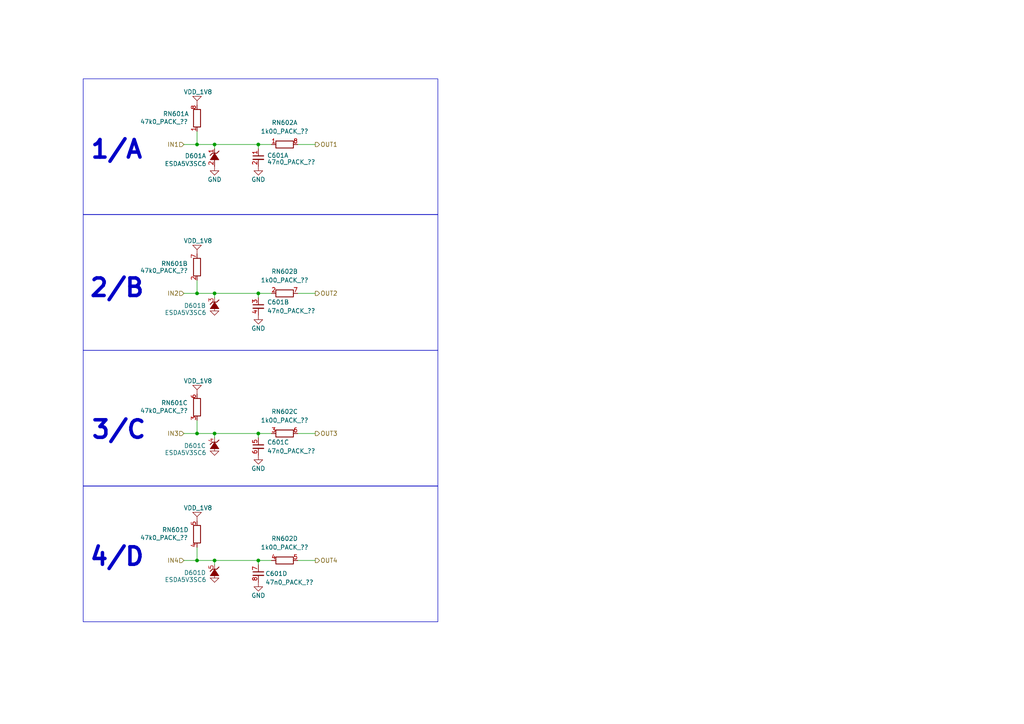
<source format=kicad_sch>
(kicad_sch (version 20250114) (generator "eeschema") (generator_version "9.0")
  (paper "A4")
  (title_block (title "Beacon Tower") (date "2025-06-14") (rev "1"))
  (lib_symbols
    (symbol "CUSTOM_LIBRARY:C_Network_4"
      (property "Reference" "C" (at 3.302 -1.016 0))
      (symbol "C_Network_4_0_1"
        (polyline (pts (xy -1.524 -2.032) (xy 1.524 -2.032)) (stroke (width 0.3048)))
        (polyline (pts (xy -1.524 -3.048) (xy 1.524 -3.048)) (stroke (width 0.3302)))
      )
      (symbol "C_Network_4_1_1"
        (pin passive line (at 0 0 270) (length 2.032) (name "~") (number "1"))
        (pin passive line (at 0 -5.08 90) (length 2.032) (name "~") (number "2"))
      )
      (symbol "C_Network_4_2_1"
        (pin passive line (at 0 0 270) (length 2.032) (name "~") (number "3"))
        (pin passive line (at 0 -5.08 90) (length 2.032) (name "~") (number "4"))
      )
      (symbol "C_Network_4_3_1"
        (pin passive line (at 0 0 270) (length 2.032) (name "~") (number "5"))
        (pin passive line (at 0 -5.08 90) (length 2.032) (name "~") (number "6"))
      )
      (symbol "C_Network_4_4_1"
        (pin passive line (at 0 0 270) (length 2.032) (name "~") (number "7"))
        (pin passive line (at 0 -5.08 90) (length 2.032) (name "~") (number "8"))
      )
    )
    (symbol "CUSTOM_LIBRARY:ESDA5V3SC6"
      (property "Reference" "D" (at 2.54 1.905 0))
      (property "Value" "ESDA5V3SC6" (at 7.62 0 0))
      (symbol "ESDA5V3SC6_1_1"
        (polyline (pts (xy 0 -1.27) (xy -0.635 -1.27) (xy -1.27 -1.905)) (stroke (width 0.254)))
        (polyline (pts (xy 0 -1.27) (xy 0.635 -1.27) (xy 1.27 -0.635)) (stroke (width 0.254)))
        (polyline (pts (xy 0 -1.27) (xy -1.27 -3.175) (xy 1.27 -3.175) (xy 0 -1.27)) (fill (type outline)))
        (pin passive line (at 0 0 270) (length 1.27) (name "") (number "1"))
        (pin passive line (at 0 -5.08 90) (length 1.905) (name "") (number "2"))
      )
      (symbol "ESDA5V3SC6_2_1"
        (polyline (pts (xy -1.27 -3.81) (xy 1.27 -3.81) (xy 0 -5.08) (xy -1.27 -3.81)))
        (polyline (pts (xy 0 -1.27) (xy -0.635 -1.27) (xy -1.27 -1.905)) (stroke (width 0.254)))
        (polyline (pts (xy 0 -1.27) (xy 0.635 -1.27) (xy 1.27 -0.635)) (stroke (width 0.254)))
        (polyline (pts (xy 0 -1.27) (xy -1.27 -3.175) (xy 1.27 -3.175) (xy 0 -1.27)) (fill (type outline)))
        (polyline (pts (xy 0 -3.81) (xy 0 -2.54)))
        (pin passive line (at 0 0 270) (length 1.27) (name "") (number "3"))
      )
      (symbol "ESDA5V3SC6_3_1"
        (polyline (pts (xy -1.27 -3.81) (xy 1.27 -3.81) (xy 0 -5.08) (xy -1.27 -3.81)))
        (polyline (pts (xy 0 -1.27) (xy -0.635 -1.27) (xy -1.27 -1.905)) (stroke (width 0.254)))
        (polyline (pts (xy 0 -1.27) (xy 0.635 -1.27) (xy 1.27 -0.635)) (stroke (width 0.254)))
        (polyline (pts (xy 0 -1.27) (xy -1.27 -3.175) (xy 1.27 -3.175) (xy 0 -1.27)) (fill (type outline)))
        (polyline (pts (xy 0 -3.81) (xy 0 -2.54)))
        (pin passive line (at 0 0 270) (length 1.27) (name "") (number "4"))
      )
      (symbol "ESDA5V3SC6_4_1"
        (polyline (pts (xy -1.27 -3.81) (xy 1.27 -3.81) (xy 0 -5.08) (xy -1.27 -3.81)))
        (polyline (pts (xy 0 -1.27) (xy -0.635 -1.27) (xy -1.27 -1.905)) (stroke (width 0.254)))
        (polyline (pts (xy 0 -1.27) (xy 0.635 -1.27) (xy 1.27 -0.635)) (stroke (width 0.254)))
        (polyline (pts (xy 0 -1.27) (xy -1.27 -3.175) (xy 1.27 -3.175) (xy 0 -1.27)) (fill (type outline)))
        (polyline (pts (xy 0 -3.81) (xy 0 -2.54)))
        (pin passive line (at 0 0 270) (length 1.27) (name "") (number "5"))
      )
    )
    (symbol "CUSTOM_LIBRARY:POWER_SINK" (power) (in_bom no) (on_board no)
      (property "Value" "POWER_SINK" (at -1.016 3.81 0))
      (symbol "POWER_SINK_0_1"
        (polyline (pts (xy 0 1.27) (xy 0 0)))
        (polyline (pts (xy 0 1.27) (xy -1.27 2.54) (xy 1.27 2.54) (xy 0 1.27)))
      )
      (symbol "POWER_SINK_1_1"
        (pin power_in line (at 0 0 90) (length 1.27) (hide yes) (name "VDD_3V3") (number ""))
      )
    )
    (symbol "Device:R_Pack04_Split" (pin_names (offset 0) (hide yes))
      (property "Reference" "RN" (at 2.032 0 90))
      (property "Value" "R_Pack04_Split" (at 0 0 90))
      (symbol "R_Pack04_Split_0_1"
        (rectangle (start 1.016 2.54) (end -1.016 -2.54) (stroke (width 0.254)))
      )
      (symbol "R_Pack04_Split_1_1"
        (pin passive line (at 0 3.81 270) (length 1.27) (name "R1.2") (number "8"))
        (pin passive line (at 0 -3.81 90) (length 1.27) (name "R1.1") (number "1"))
      )
      (symbol "R_Pack04_Split_2_1"
        (pin passive line (at 0 3.81 270) (length 1.27) (name "R2.2") (number "7"))
        (pin passive line (at 0 -3.81 90) (length 1.27) (name "R2.1") (number "2"))
      )
      (symbol "R_Pack04_Split_3_1"
        (pin passive line (at 0 3.81 270) (length 1.27) (name "R3.2") (number "6"))
        (pin passive line (at 0 -3.81 90) (length 1.27) (name "R3.1") (number "3"))
      )
      (symbol "R_Pack04_Split_4_1"
        (pin passive line (at 0 3.81 270) (length 1.27) (name "R4.2") (number "5"))
        (pin passive line (at 0 -3.81 90) (length 1.27) (name "R4.1") (number "4"))
      )
    )
    (symbol "power:GND" (power) (pin_names (offset 0))
      (property "Value" "GND" (at 0 -3.81 0))
      (symbol "GND_0_1"
        (polyline (pts (xy 0 0) (xy 0 -1.27) (xy 1.27 -1.27) (xy 0 -2.54) (xy -1.27 -1.27) (xy 0 -1.27)))
      )
      (symbol "GND_1_1"
        (pin power_in line (at 0 0 270) (length 0) (hide yes) (name "GND") (number "1"))
      )
    )
  )
  (rectangle (start 24.13 101.6) (end 127 140.97))
  (rectangle (start 24.13 62.23) (end 127 101.6))
  (rectangle (start 24.13 22.86) (end 127 62.23))
  (rectangle (start 24.13 140.97) (end 127 180.34))
  (text "4/D" (at 25.654 164.592 0) (effects (font (size 5.08 5.08) (thickness 1.016) (bold yes)) (justify left bottom)))
  (text "2/B" (at 25.654 86.614 0) (effects (font (size 5.08 5.08) (thickness 1.016) (bold yes)) (justify left bottom)))
  (text "3/C" (at 26.162 127.762 0) (effects (font (size 5.08 5.08) (thickness 1.016) (bold yes)) (justify left bottom)))
  (text "1/A" (at 25.908 46.482 0) (effects (font (size 5.08 5.08) (thickness 1.016) (bold yes)) (justify left bottom)))
  (junction (at 62.23 41.91))
  (junction (at 57.15 162.56))
  (junction (at 57.15 41.91))
  (junction (at 57.15 85.09))
  (junction (at 62.23 85.09))
  (junction (at 74.93 41.91))
  (junction (at 74.93 162.56))
  (junction (at 74.93 85.09))
  (junction (at 57.15 125.73))
  (junction (at 62.23 162.56))
  (junction (at 74.93 125.73))
  (junction (at 62.23 125.73))
  (wire (pts (xy 57.15 158.75) (xy 57.15 162.56)))
  (wire (pts (xy 57.15 125.73) (xy 62.23 125.73)))
  (wire (pts (xy 86.36 85.09) (xy 91.44 85.09)))
  (wire (pts (xy 62.23 41.91) (xy 62.23 43.18)))
  (wire (pts (xy 62.23 162.56) (xy 74.93 162.56)))
  (wire (pts (xy 74.93 43.18) (xy 74.93 41.91)))
  (wire (pts (xy 62.23 162.56) (xy 62.23 163.83)))
  (wire (pts (xy 74.93 85.09) (xy 78.74 85.09)))
  (wire (pts (xy 74.93 41.91) (xy 78.74 41.91)))
  (wire (pts (xy 62.23 125.73) (xy 62.23 127)))
  (wire (pts (xy 53.34 41.91) (xy 57.15 41.91)))
  (wire (pts (xy 74.93 162.56) (xy 78.74 162.56)))
  (wire (pts (xy 62.23 125.73) (xy 74.93 125.73)))
  (wire (pts (xy 53.34 85.09) (xy 57.15 85.09)))
  (wire (pts (xy 62.23 85.09) (xy 74.93 85.09)))
  (wire (pts (xy 53.34 125.73) (xy 57.15 125.73)))
  (wire (pts (xy 74.93 125.73) (xy 78.74 125.73)))
  (wire (pts (xy 57.15 41.91) (xy 62.23 41.91)))
  (wire (pts (xy 57.15 121.92) (xy 57.15 125.73)))
  (wire (pts (xy 86.36 125.73) (xy 91.44 125.73)))
  (wire (pts (xy 74.93 127) (xy 74.93 125.73)))
  (wire (pts (xy 74.93 86.36) (xy 74.93 85.09)))
  (wire (pts (xy 62.23 41.91) (xy 74.93 41.91)))
  (wire (pts (xy 86.36 162.56) (xy 91.44 162.56)))
  (wire (pts (xy 57.15 38.1) (xy 57.15 41.91)))
  (wire (pts (xy 57.15 162.56) (xy 62.23 162.56)))
  (wire (pts (xy 86.36 41.91) (xy 91.44 41.91)))
  (wire (pts (xy 62.23 85.09) (xy 62.23 86.36)))
  (wire (pts (xy 74.93 163.83) (xy 74.93 162.56)))
  (wire (pts (xy 53.34 162.56) (xy 57.15 162.56)))
  (wire (pts (xy 57.15 85.09) (xy 62.23 85.09)))
  (wire (pts (xy 57.15 81.28) (xy 57.15 85.09)))
  (hierarchical_label "OUT1" (shape output) (at 91.44 41.91 0) (property "Intersheetrefs" "${INTERSHEET_REFS}" (effects (hide yes))))
  (hierarchical_label "OUT4" (shape output) (at 91.44 162.56 0) (property "Intersheetrefs" "${INTERSHEET_REFS}" (effects (hide yes))))
  (hierarchical_label "OUT2" (shape output) (at 91.44 85.09 0) (property "Intersheetrefs" "${INTERSHEET_REFS}" (effects (hide yes))))
  (hierarchical_label "IN2" (shape input) (at 53.34 85.09 180) (property "Intersheetrefs" "${INTERSHEET_REFS}" (effects (hide yes))))
  (hierarchical_label "IN3" (shape input) (at 53.34 125.73 180) (property "Intersheetrefs" "${INTERSHEET_REFS}" (effects (hide yes))))
  (hierarchical_label "IN1" (shape input) (at 53.34 41.91 180) (property "Intersheetrefs" "${INTERSHEET_REFS}" (effects (hide yes))))
  (hierarchical_label "IN4" (shape input) (at 53.34 162.56 180) (property "Intersheetrefs" "${INTERSHEET_REFS}" (effects (hide yes))))
  (hierarchical_label "OUT3" (shape output) (at 91.44 125.73 0) (property "Intersheetrefs" "${INTERSHEET_REFS}" (effects (hide yes))))
  (symbol (lib_id "Device:R_Pack04_Split") (at 57.15 34.29 0) (unit 1)
    (property "Reference" "RN501" (at 47.244 33.02 0) (effects (justify left)))
    (property "Value" "47k0_PACK_??" (at 40.64 35.306 0) (effects (justify left)))
    (property "Description" "4 resistor network, parallel topology, split" (effects (hide yes)))
    (instances (project "Beacon_Tower" (path "" (reference "RN601") (unit 1)) (path "" (reference "RN1001") (unit 1)) (path "" (reference "RN801") (unit 1)) (path "" (reference "RN501") (unit 1)) (path "" (reference "RN701") (unit 1)) (path "" (reference "RN901") (unit 1))))
  )
  (symbol (lib_id "power:GND") (at 74.93 91.44 0) (unit 1)
    (property "Reference" "#PWR0505" (effects (hide yes)))
    (property "Value" "GND" (at 74.93 95.25 0))
    (instances (project "Beacon_Tower" (path "" (reference "#PWR0605") (unit 1)) (path "" (reference "#PWR01005") (unit 1)) (path "" (reference "#PWR0805") (unit 1)) (path "" (reference "#PWR0505") (unit 1)) (path "" (reference "#PWR0705") (unit 1)) (path "" (reference "#PWR0905") (unit 1))))
  )
  (symbol (lib_id "CUSTOM_LIBRARY:C_Network_4") (at 74.93 43.18 0) (unit 1)
    (property "Reference" "C501" (at 77.47 45.0912 0) (effects (justify left)))
    (property "Value" "47n0_PACK_??" (at 77.47 46.9963 0) (effects (justify left)))
    (instances (project "Beacon_Tower" (path "" (reference "C601") (unit 1)) (path "" (reference "C1001") (unit 1)) (path "" (reference "C801") (unit 1)) (path "" (reference "C501") (unit 1)) (path "" (reference "C701") (unit 1)) (path "" (reference "C901") (unit 1))))
  )
  (symbol (lib_id "CUSTOM_LIBRARY:POWER_SINK") (at 57.15 151.13 0) (unit 1) (in_bom no) (on_board no)
    (property "Reference" "#PWR0508" (effects (hide yes)))
    (property "Value" "VDD_1V8" (at 57.404 147.32 0))
    (instances (project "Beacon_Tower" (path "" (reference "#PWR0608") (unit 1)) (path "" (reference "#PWR01008") (unit 1)) (path "" (reference "#PWR0808") (unit 1)) (path "" (reference "#PWR0508") (unit 1)) (path "" (reference "#PWR0708") (unit 1)) (path "" (reference "#PWR0908") (unit 1))))
  )
  (symbol (lib_id "CUSTOM_LIBRARY:C_Network_4") (at 74.93 127 0) (unit 3)
    (property "Reference" "C501" (at 77.47 128.2762 0) (effects (justify left)))
    (property "Value" "47n0_PACK_??" (at 77.47 130.8162 0) (effects (justify left)))
    (instances (project "Beacon_Tower" (path "" (reference "C601") (unit 3)) (path "" (reference "C1001") (unit 3)) (path "" (reference "C801") (unit 3)) (path "" (reference "C501") (unit 3)) (path "" (reference "C701") (unit 3)) (path "" (reference "C901") (unit 3))))
  )
  (symbol (lib_id "Device:R_Pack04_Split") (at 82.55 85.09 270) (unit 2)
    (property "Reference" "RN502" (at 82.55 78.74 90))
    (property "Value" "1k00_PACK_??" (at 82.55 81.28 90))
    (property "Description" "4 resistor network, parallel topology, split" (effects (hide yes)))
    (instances (project "Beacon_Tower" (path "" (reference "RN602") (unit 2)) (path "" (reference "RN1002") (unit 2)) (path "" (reference "RN802") (unit 2)) (path "" (reference "RN502") (unit 2)) (path "" (reference "RN702") (unit 2)) (path "" (reference "RN902") (unit 2))))
  )
  (symbol (lib_id "CUSTOM_LIBRARY:ESDA5V3SC6") (at 62.23 127 0) (unit 3)
    (property "Reference" "D501" (at 53.34 129.286 0) (effects (justify left)))
    (property "Value" "ESDA5V3SC6" (at 47.752 131.318 0) (effects (justify left)))
    (property "Datasheet" "https://www.mouser.com/datasheet/2/389/esda14v2sc5-1849278.pdf" (effects (hide yes)))
    (property "Description" "ESD Suppression, 4 Channel, Unidirectional, 3V0, 320 pF" (effects (hide yes)))
    (instances (project "Beacon_Tower" (path "" (reference "D601") (unit 3)) (path "" (reference "D1001") (unit 3)) (path "" (reference "D801") (unit 3)) (path "" (reference "D501") (unit 3)) (path "" (reference "D701") (unit 3)) (path "" (reference "D901") (unit 3))))
  )
  (symbol (lib_id "power:GND") (at 74.93 168.91 0) (unit 1)
    (property "Reference" "#PWR0509" (effects (hide yes)))
    (property "Value" "GND" (at 74.93 172.72 0))
    (instances (project "Beacon_Tower" (path "" (reference "#PWR0609") (unit 1)) (path "" (reference "#PWR01009") (unit 1)) (path "" (reference "#PWR0809") (unit 1)) (path "" (reference "#PWR0509") (unit 1)) (path "" (reference "#PWR0709") (unit 1)) (path "" (reference "#PWR0909") (unit 1))))
  )
  (symbol (lib_id "Device:R_Pack04_Split") (at 57.15 118.11 0) (unit 3)
    (property "Reference" "RN501" (at 46.736 116.84 0) (effects (justify left)))
    (property "Value" "47k0_PACK_??" (at 40.64 119.126 0) (effects (justify left)))
    (property "Description" "4 resistor network, parallel topology, split" (effects (hide yes)))
    (instances (project "Beacon_Tower" (path "" (reference "RN601") (unit 3)) (path "" (reference "RN1001") (unit 3)) (path "" (reference "RN801") (unit 3)) (path "" (reference "RN501") (unit 3)) (path "" (reference "RN701") (unit 3)) (path "" (reference "RN901") (unit 3))))
  )
  (symbol (lib_id "Device:R_Pack04_Split") (at 82.55 162.56 270) (unit 4)
    (property "Reference" "RN502" (at 82.55 156.21 90))
    (property "Value" "1k00_PACK_??" (at 82.55 158.75 90))
    (property "Description" "4 resistor network, parallel topology, split" (effects (hide yes)))
    (instances (project "Beacon_Tower" (path "" (reference "RN602") (unit 4)) (path "" (reference "RN1002") (unit 4)) (path "" (reference "RN802") (unit 4)) (path "" (reference "RN502") (unit 4)) (path "" (reference "RN702") (unit 4)) (path "" (reference "RN902") (unit 4))))
  )
  (symbol (lib_id "CUSTOM_LIBRARY:POWER_SINK") (at 57.15 114.3 0) (unit 1) (in_bom no) (on_board no)
    (property "Reference" "#PWR0506" (effects (hide yes)))
    (property "Value" "VDD_1V8" (at 57.404 110.49 0))
    (instances (project "Beacon_Tower" (path "" (reference "#PWR0606") (unit 1)) (path "" (reference "#PWR01006") (unit 1)) (path "" (reference "#PWR0806") (unit 1)) (path "" (reference "#PWR0506") (unit 1)) (path "" (reference "#PWR0706") (unit 1)) (path "" (reference "#PWR0906") (unit 1))))
  )
  (symbol (lib_id "Device:R_Pack04_Split") (at 57.15 77.47 0) (unit 2)
    (property "Reference" "RN501" (at 46.736 76.454 0) (effects (justify left)))
    (property "Value" "47k0_PACK_??" (at 40.64 78.486 0) (effects (justify left)))
    (property "Description" "4 resistor network, parallel topology, split" (effects (hide yes)))
    (instances (project "Beacon_Tower" (path "" (reference "RN601") (unit 2)) (path "" (reference "RN1001") (unit 2)) (path "" (reference "RN801") (unit 2)) (path "" (reference "RN501") (unit 2)) (path "" (reference "RN701") (unit 2)) (path "" (reference "RN901") (unit 2))))
  )
  (symbol (lib_id "Device:R_Pack04_Split") (at 82.55 41.91 270) (unit 1)
    (property "Reference" "RN502" (at 82.55 35.56 90))
    (property "Value" "1k00_PACK_??" (at 82.55 38.1 90))
    (property "Description" "4 resistor network, parallel topology, split" (effects (hide yes)))
    (instances (project "Beacon_Tower" (path "" (reference "RN602") (unit 1)) (path "" (reference "RN1002") (unit 1)) (path "" (reference "RN802") (unit 1)) (path "" (reference "RN502") (unit 1)) (path "" (reference "RN702") (unit 1)) (path "" (reference "RN902") (unit 1))))
  )
  (symbol (lib_id "Device:R_Pack04_Split") (at 57.15 154.94 0) (unit 4)
    (property "Reference" "RN501" (at 46.99 153.67 0) (effects (justify left)))
    (property "Value" "47k0_PACK_??" (at 40.64 155.956 0) (effects (justify left)))
    (property "Description" "4 resistor network, parallel topology, split" (effects (hide yes)))
    (instances (project "Beacon_Tower" (path "" (reference "RN601") (unit 4)) (path "" (reference "RN1001") (unit 4)) (path "" (reference "RN801") (unit 4)) (path "" (reference "RN501") (unit 4)) (path "" (reference "RN701") (unit 4)) (path "" (reference "RN901") (unit 4))))
  )
  (symbol (lib_id "power:GND") (at 62.23 48.26 0) (unit 1)
    (property "Reference" "#PWR0502" (effects (hide yes)))
    (property "Value" "GND" (at 62.23 52.07 0))
    (instances (project "Beacon_Tower" (path "" (reference "#PWR0602") (unit 1)) (path "" (reference "#PWR01002") (unit 1)) (path "" (reference "#PWR0802") (unit 1)) (path "" (reference "#PWR0502") (unit 1)) (path "" (reference "#PWR0702") (unit 1)) (path "" (reference "#PWR0902") (unit 1))))
  )
  (symbol (lib_id "Device:R_Pack04_Split") (at 82.55 125.73 270) (unit 3)
    (property "Reference" "RN502" (at 82.55 119.38 90))
    (property "Value" "1k00_PACK_??" (at 82.55 121.92 90))
    (property "Description" "4 resistor network, parallel topology, split" (effects (hide yes)))
    (instances (project "Beacon_Tower" (path "" (reference "RN602") (unit 3)) (path "" (reference "RN1002") (unit 3)) (path "" (reference "RN802") (unit 3)) (path "" (reference "RN502") (unit 3)) (path "" (reference "RN702") (unit 3)) (path "" (reference "RN902") (unit 3))))
  )
  (symbol (lib_id "CUSTOM_LIBRARY:POWER_SINK") (at 57.15 30.48 0) (unit 1) (in_bom no) (on_board no)
    (property "Reference" "#PWR0501" (effects (hide yes)))
    (property "Value" "VDD_1V8" (at 57.404 26.67 0))
    (instances (project "Beacon_Tower" (path "" (reference "#PWR0601") (unit 1)) (path "" (reference "#PWR01001") (unit 1)) (path "" (reference "#PWR0801") (unit 1)) (path "" (reference "#PWR0501") (unit 1)) (path "" (reference "#PWR0701") (unit 1)) (path "" (reference "#PWR0901") (unit 1))))
  )
  (symbol (lib_id "CUSTOM_LIBRARY:ESDA5V3SC6") (at 62.23 163.83 0) (unit 4)
    (property "Reference" "D501" (at 53.34 166.116 0) (effects (justify left)))
    (property "Value" "ESDA5V3SC6" (at 47.752 168.148 0) (effects (justify left)))
    (property "Datasheet" "https://www.mouser.com/datasheet/2/389/esda14v2sc5-1849278.pdf" (effects (hide yes)))
    (property "Description" "ESD Suppression, 4 Channel, Unidirectional, 3V0, 320 pF" (effects (hide yes)))
    (instances (project "Beacon_Tower" (path "" (reference "D601") (unit 4)) (path "" (reference "D1001") (unit 4)) (path "" (reference "D801") (unit 4)) (path "" (reference "D501") (unit 4)) (path "" (reference "D701") (unit 4)) (path "" (reference "D901") (unit 4))))
  )
  (symbol (lib_id "CUSTOM_LIBRARY:ESDA5V3SC6") (at 62.23 86.36 0) (unit 2)
    (property "Reference" "D501" (at 53.34 88.646 0) (effects (justify left)))
    (property "Value" "ESDA5V3SC6" (at 47.752 90.678 0) (effects (justify left)))
    (property "Datasheet" "https://www.mouser.com/datasheet/2/389/esda14v2sc5-1849278.pdf" (effects (hide yes)))
    (property "Description" "ESD Suppression, 4 Channel, Unidirectional, 3V0, 320 pF" (effects (hide yes)))
    (instances (project "Beacon_Tower" (path "" (reference "D601") (unit 2)) (path "" (reference "D1001") (unit 2)) (path "" (reference "D801") (unit 2)) (path "" (reference "D501") (unit 2)) (path "" (reference "D701") (unit 2)) (path "" (reference "D901") (unit 2))))
  )
  (symbol (lib_id "CUSTOM_LIBRARY:POWER_SINK") (at 57.15 73.66 0) (unit 1) (in_bom no) (on_board no)
    (property "Reference" "#PWR0504" (effects (hide yes)))
    (property "Value" "VDD_1V8" (at 57.404 69.85 0))
    (instances (project "Beacon_Tower" (path "" (reference "#PWR0604") (unit 1)) (path "" (reference "#PWR01004") (unit 1)) (path "" (reference "#PWR0804") (unit 1)) (path "" (reference "#PWR0504") (unit 1)) (path "" (reference "#PWR0704") (unit 1)) (path "" (reference "#PWR0904") (unit 1))))
  )
  (symbol (lib_id "CUSTOM_LIBRARY:ESDA5V3SC6") (at 62.23 43.18 0) (unit 1)
    (property "Reference" "D501" (at 53.594 45.212 0) (effects (justify left)))
    (property "Value" "ESDA5V3SC6" (at 47.752 47.498 0) (effects (justify left)))
    (property "Datasheet" "https://www.mouser.com/datasheet/2/389/esda14v2sc5-1849278.pdf" (effects (hide yes)))
    (property "Description" "ESD Suppression, 4 Channel, Unidirectional, 3V0, 320 pF" (effects (hide yes)))
    (instances (project "Beacon_Tower" (path "" (reference "D601") (unit 1)) (path "" (reference "D1001") (unit 1)) (path "" (reference "D801") (unit 1)) (path "" (reference "D501") (unit 1)) (path "" (reference "D701") (unit 1)) (path "" (reference "D901") (unit 1))))
  )
  (symbol (lib_id "CUSTOM_LIBRARY:C_Network_4") (at 74.93 163.83 0) (unit 4)
    (property "Reference" "C501" (at 76.962 166.37 0) (effects (justify left)))
    (property "Value" "47n0_PACK_??" (at 76.962 168.91 0) (effects (justify left)))
    (instances (project "Beacon_Tower" (path "" (reference "C601") (unit 4)) (path "" (reference "C1001") (unit 4)) (path "" (reference "C801") (unit 4)) (path "" (reference "C501") (unit 4)) (path "" (reference "C701") (unit 4)) (path "" (reference "C901") (unit 4))))
  )
  (symbol (lib_id "power:GND") (at 74.93 132.08 0) (unit 1)
    (property "Reference" "#PWR0507" (effects (hide yes)))
    (property "Value" "GND" (at 74.93 135.89 0))
    (instances (project "Beacon_Tower" (path "" (reference "#PWR0607") (unit 1)) (path "" (reference "#PWR01007") (unit 1)) (path "" (reference "#PWR0807") (unit 1)) (path "" (reference "#PWR0507") (unit 1)) (path "" (reference "#PWR0707") (unit 1)) (path "" (reference "#PWR0907") (unit 1))))
  )
  (symbol (lib_id "CUSTOM_LIBRARY:C_Network_4") (at 74.93 86.36 0) (unit 2)
    (property "Reference" "C501" (at 77.47 87.6362 0) (effects (justify left)))
    (property "Value" "47n0_PACK_??" (at 77.47 90.1762 0) (effects (justify left)))
    (instances (project "Beacon_Tower" (path "" (reference "C601") (unit 2)) (path "" (reference "C1001") (unit 2)) (path "" (reference "C801") (unit 2)) (path "" (reference "C501") (unit 2)) (path "" (reference "C701") (unit 2)) (path "" (reference "C901") (unit 2))))
  )
  (symbol (lib_id "power:GND") (at 74.93 48.26 0) (unit 1)
    (property "Reference" "#PWR0503" (effects (hide yes)))
    (property "Value" "GND" (at 74.93 52.07 0))
    (instances (project "Beacon_Tower" (path "" (reference "#PWR0603") (unit 1)) (path "" (reference "#PWR01003") (unit 1)) (path "" (reference "#PWR0803") (unit 1)) (path "" (reference "#PWR0503") (unit 1)) (path "" (reference "#PWR0703") (unit 1)) (path "" (reference "#PWR0903") (unit 1))))
  )
)
</source>
